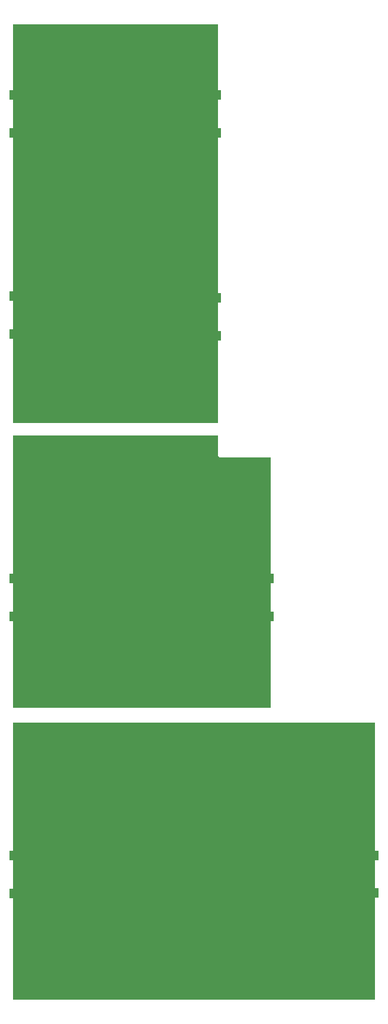
<source format=gbl>
G04*
G04 #@! TF.GenerationSoftware,Altium Limited,Altium Designer,22.10.1 (41)*
G04*
G04 Layer_Physical_Order=4*
G04 Layer_Color=16711680*
%FSLAX25Y25*%
%MOIN*%
G70*
G04*
G04 #@! TF.SameCoordinates,10B0A499-9DE9-419A-BA03-DC6469FBBFFB*
G04*
G04*
G04 #@! TF.FilePolarity,Positive*
G04*
G01*
G75*
%ADD16R,0.19685X0.05512*%
%ADD83C,0.13780*%
%ADD84C,0.15748*%
%ADD85C,0.02362*%
G36*
X205916Y67007D02*
X2007D01*
Y222500D01*
X205916D01*
Y67007D01*
D02*
G37*
G36*
X117339Y373500D02*
X117492Y372732D01*
X117927Y372081D01*
X118578Y371646D01*
X119346Y371493D01*
X147059D01*
X147060Y231354D01*
X146706Y231000D01*
X2007D01*
Y384000D01*
X117339D01*
Y373500D01*
D02*
G37*
G36*
Y391000D02*
X2007D01*
Y614993D01*
X117339D01*
X117339Y391000D01*
D02*
G37*
D16*
X9843Y148000D02*
D03*
Y126740D02*
D03*
X198126Y126870D02*
D03*
Y148130D02*
D03*
X139224Y282443D02*
D03*
Y303702D02*
D03*
X9842D02*
D03*
Y282443D02*
D03*
Y462222D02*
D03*
Y440962D02*
D03*
X109503Y439923D02*
D03*
Y461183D02*
D03*
Y575356D02*
D03*
Y554096D02*
D03*
X9842D02*
D03*
Y575356D02*
D03*
D83*
X99950Y116720D02*
D03*
Y167114D02*
D03*
X67901Y322600D02*
D03*
X67901Y272206D02*
D03*
D84*
X58003Y428198D02*
D03*
X56826Y595632D02*
D03*
X58003Y478986D02*
D03*
X56826Y545238D02*
D03*
D85*
X191339Y220472D02*
D03*
X183465Y204724D02*
D03*
X191339Y188976D02*
D03*
X183465Y173228D02*
D03*
X191339Y157480D02*
D03*
X183465Y110236D02*
D03*
X191339Y94488D02*
D03*
X183465Y78740D02*
D03*
X175591Y220472D02*
D03*
X167717Y204724D02*
D03*
X175591Y188976D02*
D03*
X167717Y173228D02*
D03*
X175591Y157480D02*
D03*
Y125984D02*
D03*
X167717Y110236D02*
D03*
X175591Y94488D02*
D03*
X167717Y78740D02*
D03*
X159843Y220472D02*
D03*
X151969Y204724D02*
D03*
X159843Y188976D02*
D03*
X151969Y173228D02*
D03*
X159843Y157480D02*
D03*
Y125984D02*
D03*
Y94488D02*
D03*
X151969Y78740D02*
D03*
X136221Y362205D02*
D03*
X144095Y346457D02*
D03*
X136221Y330709D02*
D03*
X144095Y314961D02*
D03*
X136221Y267717D02*
D03*
X144095Y251969D02*
D03*
X136221Y236220D02*
D03*
Y204724D02*
D03*
X144095Y188976D02*
D03*
X136221Y173228D02*
D03*
X144095Y157480D02*
D03*
Y125984D02*
D03*
X136221Y110236D02*
D03*
Y78740D02*
D03*
X120473Y362205D02*
D03*
X128347Y346457D02*
D03*
X120473Y330709D02*
D03*
X128347Y314961D02*
D03*
X120473Y267717D02*
D03*
X128347Y251969D02*
D03*
X120473Y236220D02*
D03*
Y173228D02*
D03*
X128347Y157480D02*
D03*
Y125984D02*
D03*
X120473Y78740D02*
D03*
X112599Y598425D02*
D03*
X104725Y582677D02*
D03*
X112599Y535433D02*
D03*
X104725Y519685D02*
D03*
X112599Y503937D02*
D03*
X104725Y488189D02*
D03*
X112599Y472441D02*
D03*
X104725Y425197D02*
D03*
X112599Y409449D02*
D03*
X104725Y393701D02*
D03*
X112599Y377953D02*
D03*
X104725Y362205D02*
D03*
X112599Y346457D02*
D03*
X104725Y330709D02*
D03*
X112599Y314961D02*
D03*
X104725Y267717D02*
D03*
Y236220D02*
D03*
Y204724D02*
D03*
X112599Y188976D02*
D03*
Y125984D02*
D03*
X104725Y78740D02*
D03*
X96851Y598425D02*
D03*
X88976Y582677D02*
D03*
Y551181D02*
D03*
X96851Y535433D02*
D03*
X88976Y519685D02*
D03*
X96851Y503937D02*
D03*
Y472441D02*
D03*
Y409449D02*
D03*
X88976Y393701D02*
D03*
X96851Y377953D02*
D03*
Y346457D02*
D03*
X88976Y330709D02*
D03*
X96851Y314961D02*
D03*
X88976Y267717D02*
D03*
Y236220D02*
D03*
Y204724D02*
D03*
Y78740D02*
D03*
X73228Y582677D02*
D03*
Y551181D02*
D03*
X81102Y535433D02*
D03*
X73228Y519685D02*
D03*
X81102Y503937D02*
D03*
X73228Y488189D02*
D03*
Y425197D02*
D03*
X81102Y409449D02*
D03*
X73228Y393701D02*
D03*
X81102Y377953D02*
D03*
X73228Y362205D02*
D03*
X81102Y346457D02*
D03*
X73228Y330709D02*
D03*
Y236220D02*
D03*
Y204724D02*
D03*
X81102Y188976D02*
D03*
Y125984D02*
D03*
X73228Y110236D02*
D03*
X81102Y94488D02*
D03*
X73228Y78740D02*
D03*
X65354Y535433D02*
D03*
X57480Y519685D02*
D03*
X65354Y503937D02*
D03*
Y472441D02*
D03*
Y409449D02*
D03*
X57480Y393701D02*
D03*
X65354Y377953D02*
D03*
X57480Y362205D02*
D03*
Y236220D02*
D03*
Y204724D02*
D03*
X65354Y188976D02*
D03*
X57480Y173228D02*
D03*
X65354Y157480D02*
D03*
Y125984D02*
D03*
X57480Y110236D02*
D03*
X65354Y94488D02*
D03*
X57480Y78740D02*
D03*
X41732Y582677D02*
D03*
Y551181D02*
D03*
X49606Y535433D02*
D03*
X41732Y519685D02*
D03*
X49606Y503937D02*
D03*
Y409449D02*
D03*
X41732Y393701D02*
D03*
X49606Y377953D02*
D03*
X41732Y362205D02*
D03*
X49606Y346457D02*
D03*
X41732Y267717D02*
D03*
X49606Y251969D02*
D03*
X41732Y236220D02*
D03*
Y204724D02*
D03*
X49606Y188976D02*
D03*
X41732Y173228D02*
D03*
X49606Y157480D02*
D03*
Y125984D02*
D03*
X41732Y110236D02*
D03*
Y78740D02*
D03*
X25984Y582677D02*
D03*
Y551181D02*
D03*
X33858Y535433D02*
D03*
X25984Y519685D02*
D03*
X33858Y503937D02*
D03*
X25984Y425197D02*
D03*
Y393701D02*
D03*
X33858Y377953D02*
D03*
X25984Y362205D02*
D03*
X33858Y346457D02*
D03*
X25984Y330709D02*
D03*
Y267717D02*
D03*
Y236220D02*
D03*
Y204724D02*
D03*
X33858Y188976D02*
D03*
X25984Y173228D02*
D03*
X33858Y157480D02*
D03*
Y125984D02*
D03*
X25984Y110236D02*
D03*
X33858Y94488D02*
D03*
X25984Y78740D02*
D03*
X18110Y598425D02*
D03*
X10236Y582677D02*
D03*
X18110Y535433D02*
D03*
X10236Y519685D02*
D03*
X18110Y503937D02*
D03*
X10236Y488189D02*
D03*
X18110Y472441D02*
D03*
X10236Y425197D02*
D03*
Y393701D02*
D03*
X18110Y377953D02*
D03*
X10236Y362205D02*
D03*
X18110Y346457D02*
D03*
X10236Y330709D02*
D03*
X18110Y314961D02*
D03*
X10236Y267717D02*
D03*
X18110Y251969D02*
D03*
X10236Y236220D02*
D03*
Y204724D02*
D03*
X18110Y188976D02*
D03*
X10236Y173228D02*
D03*
X18110Y157480D02*
D03*
X10236Y110236D02*
D03*
X18110Y94488D02*
D03*
X10236Y78740D02*
D03*
X103178Y544601D02*
D03*
X8500Y543500D02*
D03*
X198500Y79000D02*
D03*
X197000Y110500D02*
D03*
X198000Y173500D02*
D03*
X196500Y206500D02*
D03*
X114000Y277000D02*
D03*
X96500Y277500D02*
D03*
X45000Y278000D02*
D03*
X30000Y277000D02*
D03*
X31500Y309000D02*
D03*
X97000Y431500D02*
D03*
X87500Y437500D02*
D03*
X71500Y436500D02*
D03*
X28000Y437000D02*
D03*
X21000Y434500D02*
D03*
X102000Y610000D02*
D03*
X67000Y610500D02*
D03*
X50000Y611000D02*
D03*
X9500Y609000D02*
D03*
X60711Y309276D02*
D03*
X131289Y186263D02*
D03*
X127515Y186210D02*
D03*
X106771Y553976D02*
D03*
X105586Y575374D02*
D03*
X53255Y463434D02*
D03*
X4322Y554059D02*
D03*
X13717Y462297D02*
D03*
X8913Y462303D02*
D03*
X70719Y293047D02*
D03*
X67296D02*
D03*
X61767Y442684D02*
D03*
X58083Y442410D02*
D03*
X54827Y442537D02*
D03*
X99043Y341487D02*
D03*
X55892Y460297D02*
D03*
X106291Y131321D02*
D03*
X92819Y153140D02*
D03*
X55883Y312198D02*
D03*
X40646Y437947D02*
D03*
X69329Y462277D02*
D03*
X11573Y148325D02*
D03*
X7099D02*
D03*
X2939Y148199D02*
D03*
X11447Y126329D02*
D03*
X7099Y126392D02*
D03*
X2561D02*
D03*
X205534Y148417D02*
D03*
X200821Y148361D02*
D03*
X196276D02*
D03*
X195771Y126872D02*
D03*
X200428Y126816D02*
D03*
X204748Y126872D02*
D03*
X201973Y133113D02*
D03*
X196500Y133000D02*
D03*
X191190Y133007D02*
D03*
X202000Y142000D02*
D03*
X196500D02*
D03*
X191253Y141863D02*
D03*
X186000Y143000D02*
D03*
Y132000D02*
D03*
X112000Y142000D02*
D03*
Y133000D02*
D03*
X173935Y141960D02*
D03*
X167636D02*
D03*
X161336D02*
D03*
X155037D02*
D03*
X148738D02*
D03*
X142439D02*
D03*
X136140D02*
D03*
X129840D02*
D03*
X123541D02*
D03*
X117352Y142004D02*
D03*
X117842Y132779D02*
D03*
X124767Y132979D02*
D03*
X131066D02*
D03*
X137366D02*
D03*
X143665D02*
D03*
X149964D02*
D03*
X156263D02*
D03*
X162563D02*
D03*
X168862D02*
D03*
X174000Y133000D02*
D03*
X180000Y132000D02*
D03*
X179856Y143036D02*
D03*
X88378Y132725D02*
D03*
X80665Y141818D02*
D03*
X75087Y141890D02*
D03*
X68787D02*
D03*
X62488D02*
D03*
X56189D02*
D03*
X49890D02*
D03*
X43591D02*
D03*
X37291D02*
D03*
X33500Y133000D02*
D03*
X40106Y132909D02*
D03*
X46405D02*
D03*
X52705D02*
D03*
X59004D02*
D03*
X65303D02*
D03*
X71602D02*
D03*
X77901D02*
D03*
X83750Y132725D02*
D03*
X86186Y141940D02*
D03*
X6630Y132948D02*
D03*
X12788Y132974D02*
D03*
X19259Y133001D02*
D03*
X25811Y132982D02*
D03*
X30038Y141762D02*
D03*
X23383Y141686D02*
D03*
X17109Y141861D02*
D03*
X10810D02*
D03*
X5500Y142000D02*
D03*
X107743Y112847D02*
D03*
X91739Y114790D02*
D03*
X107784Y100104D02*
D03*
X108568Y167099D02*
D03*
X89334Y152238D02*
D03*
X78299Y288469D02*
D03*
X112294Y446339D02*
D03*
X107292Y446126D02*
D03*
X101655Y446132D02*
D03*
X96062Y446106D02*
D03*
X91099Y446063D02*
D03*
X86092Y445976D02*
D03*
X81271Y446072D02*
D03*
X77271D02*
D03*
X72771D02*
D03*
X112271Y455072D02*
D03*
X107771D02*
D03*
X103271D02*
D03*
X93271D02*
D03*
X107370Y161065D02*
D03*
X99447Y137386D02*
D03*
X99390Y141240D02*
D03*
X102959Y141212D02*
D03*
X102988Y137529D02*
D03*
X103159Y133760D02*
D03*
X99419Y133788D02*
D03*
X95735Y133760D02*
D03*
X95850Y137557D02*
D03*
Y141183D02*
D03*
X47771Y106572D02*
D03*
X46271Y102573D02*
D03*
X47271Y99072D02*
D03*
X51271Y97072D02*
D03*
X55271Y99072D02*
D03*
X56771Y103073D02*
D03*
X55271Y106572D02*
D03*
X51271Y108072D02*
D03*
X106028Y157299D02*
D03*
X108636Y172582D02*
D03*
X102916Y176783D02*
D03*
X95051Y176514D02*
D03*
X89271Y156572D02*
D03*
X79326Y157651D02*
D03*
X78552Y164087D02*
D03*
X77240Y171060D02*
D03*
X77717Y177973D02*
D03*
X99447Y106005D02*
D03*
X106467Y106831D02*
D03*
X102916Y99811D02*
D03*
X94161Y101380D02*
D03*
X93418Y108566D02*
D03*
X97153Y124969D02*
D03*
X118271Y104572D02*
D03*
Y108572D02*
D03*
X102428Y128116D02*
D03*
X84097Y156414D02*
D03*
X89709Y164041D02*
D03*
X68924Y158999D02*
D03*
X68831Y163248D02*
D03*
X88489Y169434D02*
D03*
X88304Y173684D02*
D03*
X66757Y167410D02*
D03*
X66774Y171868D02*
D03*
X100154Y189205D02*
D03*
X95071Y189123D02*
D03*
X131028Y179894D02*
D03*
X127405Y179741D02*
D03*
X106890Y142733D02*
D03*
X92167Y132070D02*
D03*
X91972Y142996D02*
D03*
X103500Y154000D02*
D03*
X94776Y150162D02*
D03*
X137161Y303939D02*
D03*
X141769Y303875D02*
D03*
X145993Y303811D02*
D03*
X138185Y282564D02*
D03*
X142153D02*
D03*
X146121Y282436D02*
D03*
X134271Y288573D02*
D03*
X140271D02*
D03*
X139771Y297572D02*
D03*
X134271D02*
D03*
X129387Y286671D02*
D03*
X124538D02*
D03*
X119931Y286706D02*
D03*
X129000Y299500D02*
D03*
X124053Y299522D02*
D03*
X119238Y299418D02*
D03*
X116086Y288472D02*
D03*
X81771Y288573D02*
D03*
X86771D02*
D03*
X92271D02*
D03*
X78271Y297572D02*
D03*
X83271D02*
D03*
X113727Y297563D02*
D03*
X107428D02*
D03*
X101129D02*
D03*
X94831Y297718D02*
D03*
X88537Y297485D02*
D03*
X98390Y288582D02*
D03*
X104689D02*
D03*
X110988D02*
D03*
X13091Y282119D02*
D03*
X8078D02*
D03*
X2835D02*
D03*
X13840Y303783D02*
D03*
X8424Y303841D02*
D03*
X3066Y303668D02*
D03*
X56485Y288228D02*
D03*
X48061Y297611D02*
D03*
X6271Y298073D02*
D03*
X11322Y298101D02*
D03*
X9023Y288416D02*
D03*
X10912Y456480D02*
D03*
X42008Y297563D02*
D03*
X35709D02*
D03*
X29410D02*
D03*
X23111D02*
D03*
X16829Y298026D02*
D03*
X14180Y288416D02*
D03*
X20477Y288582D02*
D03*
X26777D02*
D03*
X33076D02*
D03*
X39375D02*
D03*
X45674D02*
D03*
X51956Y288119D02*
D03*
X53913Y297898D02*
D03*
X71546Y309599D02*
D03*
X51866Y312309D02*
D03*
X57335Y307736D02*
D03*
X70630Y284496D02*
D03*
X74878Y298411D02*
D03*
X74801Y287826D02*
D03*
X59957D02*
D03*
X59901Y298513D02*
D03*
X73000Y462500D02*
D03*
X79500Y474000D02*
D03*
X48339Y466406D02*
D03*
X42560Y468349D02*
D03*
X42455Y472892D02*
D03*
X105500Y461000D02*
D03*
X110565Y460857D02*
D03*
X115000Y461000D02*
D03*
X106466Y439614D02*
D03*
X111287D02*
D03*
X115718Y439808D02*
D03*
X14025Y440780D02*
D03*
X8743Y440665D02*
D03*
X3805D02*
D03*
X4000Y462500D02*
D03*
X86000Y260000D02*
D03*
Y264000D02*
D03*
X24000Y260000D02*
D03*
X22500Y256000D02*
D03*
X24000Y252500D02*
D03*
X28000Y250500D02*
D03*
X31500Y252500D02*
D03*
X33500Y256500D02*
D03*
X31500Y260000D02*
D03*
X28000Y261500D02*
D03*
X68500Y260000D02*
D03*
X75500Y261500D02*
D03*
X72000Y255500D02*
D03*
X63500Y256500D02*
D03*
X60500Y262500D02*
D03*
X67357Y289517D02*
D03*
X70582Y289621D02*
D03*
X70894Y296660D02*
D03*
X67392Y296799D02*
D03*
X63855Y289413D02*
D03*
Y293054D02*
D03*
X63890Y296764D02*
D03*
X66124Y280887D02*
D03*
X77000Y327500D02*
D03*
X65500Y334500D02*
D03*
X73000D02*
D03*
X59000D02*
D03*
X74822Y316271D02*
D03*
X74774Y312362D02*
D03*
X99131Y335571D02*
D03*
X95462Y335690D02*
D03*
X95403Y341490D02*
D03*
X57511Y319724D02*
D03*
X55686Y324784D02*
D03*
X55633Y329269D02*
D03*
X47500Y314500D02*
D03*
X46000Y321000D02*
D03*
X45000Y327500D02*
D03*
X45500Y334500D02*
D03*
X62929Y306316D02*
D03*
X36679Y314536D02*
D03*
X36781Y318648D02*
D03*
X34885Y322758D02*
D03*
X34793Y327238D02*
D03*
X67500Y345000D02*
D03*
X63500D02*
D03*
X83000Y455000D02*
D03*
X98771Y455072D02*
D03*
X88271D02*
D03*
X74418Y455355D02*
D03*
X68718Y445785D02*
D03*
X78391Y455403D02*
D03*
X44690Y446965D02*
D03*
X46754Y455896D02*
D03*
X41595Y456750D02*
D03*
X7831Y446705D02*
D03*
X14130D02*
D03*
X20429D02*
D03*
X26728D02*
D03*
X33027D02*
D03*
X39317Y447057D02*
D03*
X36099Y456825D02*
D03*
X29810Y456480D02*
D03*
X23510D02*
D03*
X17211D02*
D03*
X6271Y456572D02*
D03*
X63848Y445419D02*
D03*
X74500Y466500D02*
D03*
X80500Y479000D02*
D03*
X66529Y457346D02*
D03*
X64000Y455000D02*
D03*
X39212Y470730D02*
D03*
X39076Y475950D02*
D03*
X81684Y424892D02*
D03*
X78684Y421392D02*
D03*
Y416892D02*
D03*
X82184Y413892D02*
D03*
X86184D02*
D03*
X89184Y416892D02*
D03*
Y421392D02*
D03*
X86184Y424892D02*
D03*
X59896Y448631D02*
D03*
X56075D02*
D03*
X59941Y452565D02*
D03*
X56143Y452520D02*
D03*
X39636Y421675D02*
D03*
X39659Y426176D02*
D03*
X40303Y429892D02*
D03*
Y434082D02*
D03*
X90334Y471310D02*
D03*
X90254Y475789D02*
D03*
X87448Y463657D02*
D03*
X87470Y468295D02*
D03*
X80802Y459084D02*
D03*
X76064Y470345D02*
D03*
X75978Y474601D02*
D03*
X41568Y460446D02*
D03*
X110500Y554000D02*
D03*
X114500D02*
D03*
X109503Y575356D02*
D03*
X114000Y575500D02*
D03*
X8500Y554000D02*
D03*
X13000D02*
D03*
Y575500D02*
D03*
X8500D02*
D03*
X4500D02*
D03*
X49798Y570354D02*
D03*
X50458Y557709D02*
D03*
X63000Y558000D02*
D03*
X68050Y559845D02*
D03*
X74349D02*
D03*
X80649D02*
D03*
X86948D02*
D03*
X93247D02*
D03*
X99546D02*
D03*
X105845D02*
D03*
X112145D02*
D03*
X109317Y569620D02*
D03*
X103018D02*
D03*
X96719D02*
D03*
X90419D02*
D03*
X84120D02*
D03*
X77821D02*
D03*
X71522D02*
D03*
X65306Y570643D02*
D03*
X45431Y569623D02*
D03*
X39132D02*
D03*
X32833D02*
D03*
X26534D02*
D03*
X20234D02*
D03*
X13935D02*
D03*
X7636D02*
D03*
X9445Y559847D02*
D03*
X15744D02*
D03*
X22043D02*
D03*
X28343D02*
D03*
X34642D02*
D03*
X40941D02*
D03*
X47240D02*
D03*
X83500Y607500D02*
D03*
X86500Y604000D02*
D03*
Y599500D02*
D03*
X83500Y596500D02*
D03*
X79500D02*
D03*
X76000Y599500D02*
D03*
Y604000D02*
D03*
X79000Y607500D02*
D03*
X58681Y556995D02*
D03*
X55000Y557000D02*
D03*
X55165Y566396D02*
D03*
X58486Y563068D02*
D03*
X58505Y566419D02*
D03*
X55098Y563012D02*
D03*
X65523Y579596D02*
D03*
X65566Y574730D02*
D03*
M02*

</source>
